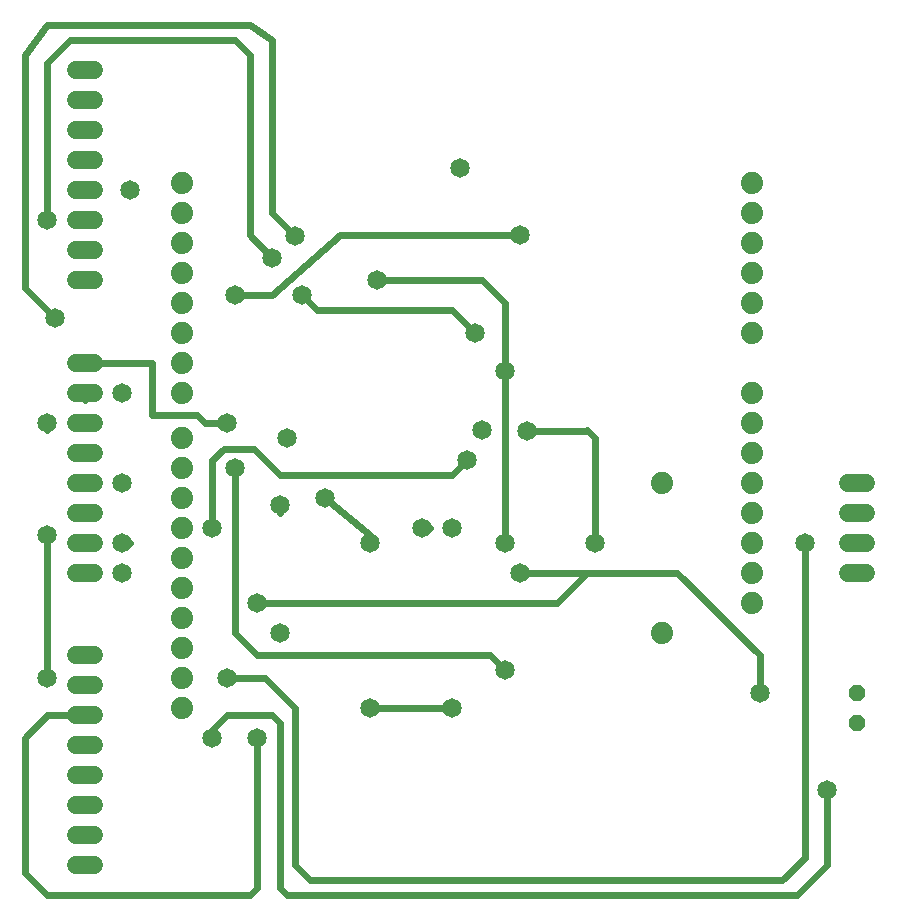
<source format=gbr>
G04 EAGLE Gerber X2 export*
%TF.Part,Single*%
%TF.FileFunction,Copper,L2,Bot,Mixed*%
%TF.FilePolarity,Positive*%
%TF.GenerationSoftware,Autodesk,EAGLE,9.0.0*%
%TF.CreationDate,2018-10-21T06:38:58Z*%
G75*
%MOMM*%
%FSLAX34Y34*%
%LPD*%
%AMOC8*
5,1,8,0,0,1.08239X$1,22.5*%
G01*
%ADD10C,1.879600*%
%ADD11C,1.524000*%
%ADD12P,1.429621X8X112.500000*%
%ADD13C,1.651000*%
%ADD14C,0.609600*%


D10*
X889000Y419100D03*
X889000Y444500D03*
X889000Y469900D03*
X889000Y495300D03*
X889000Y520700D03*
X889000Y546100D03*
X889000Y596900D03*
X889000Y622300D03*
X889000Y647700D03*
X889000Y673100D03*
X889000Y698500D03*
X889000Y723900D03*
X406400Y723900D03*
X406400Y698500D03*
X406400Y673100D03*
X406400Y647700D03*
X406400Y622300D03*
X406400Y596900D03*
X406400Y571500D03*
X406400Y546100D03*
X406400Y508000D03*
X406400Y482600D03*
X406400Y457200D03*
X406400Y431800D03*
X406400Y406400D03*
X406400Y381000D03*
X406400Y355600D03*
X406400Y330200D03*
X406400Y304800D03*
X406400Y279400D03*
X889000Y393700D03*
X889000Y368300D03*
D11*
X331470Y819150D02*
X316230Y819150D01*
X316230Y793750D02*
X331470Y793750D01*
X331470Y768350D02*
X316230Y768350D01*
X316230Y742950D02*
X331470Y742950D01*
X331470Y717550D02*
X316230Y717550D01*
X316230Y692150D02*
X331470Y692150D01*
X331470Y666750D02*
X316230Y666750D01*
X316230Y641350D02*
X331470Y641350D01*
X970280Y469900D02*
X985520Y469900D01*
X985520Y444500D02*
X970280Y444500D01*
X970280Y419100D02*
X985520Y419100D01*
X985520Y393700D02*
X970280Y393700D01*
X331470Y146050D02*
X316230Y146050D01*
X316230Y171450D02*
X331470Y171450D01*
X331470Y196850D02*
X316230Y196850D01*
X316230Y222250D02*
X331470Y222250D01*
X331470Y247650D02*
X316230Y247650D01*
X316230Y273050D02*
X331470Y273050D01*
X331470Y298450D02*
X316230Y298450D01*
X316230Y323850D02*
X331470Y323850D01*
X331470Y393700D02*
X316230Y393700D01*
X316230Y419100D02*
X331470Y419100D01*
X331470Y444500D02*
X316230Y444500D01*
X316230Y469900D02*
X331470Y469900D01*
X331470Y495300D02*
X316230Y495300D01*
X316230Y520700D02*
X331470Y520700D01*
X331470Y546100D02*
X316230Y546100D01*
X316230Y571500D02*
X331470Y571500D01*
D12*
X977900Y266700D03*
X977900Y292100D03*
D10*
X812800Y342900D03*
X812800Y469900D03*
D13*
X679450Y565023D03*
D14*
X679450Y622300D01*
X660400Y641350D01*
X571500Y641350D01*
D13*
X571500Y641350D03*
X679450Y419100D03*
D14*
X679450Y565023D01*
D13*
X895350Y292100D03*
D14*
X895350Y323850D01*
X825500Y393700D01*
X749300Y393700D01*
D13*
X692150Y393700D03*
D14*
X749300Y393700D01*
D13*
X508000Y628650D03*
D14*
X520700Y615950D01*
X634873Y615950D02*
X653923Y596900D01*
D13*
X653923Y596900D03*
D14*
X634873Y615950D02*
X520700Y615950D01*
D13*
X469900Y368300D03*
D14*
X723900Y368300D01*
X749300Y393700D01*
D13*
X565150Y419100D03*
D14*
X565150Y425450D01*
X527050Y457200D01*
D13*
X527050Y457200D03*
X641350Y736600D03*
X450850Y628650D03*
D14*
X482600Y628650D01*
X539750Y679450D01*
X692150Y679450D01*
X692150Y679577D01*
D13*
X692150Y679577D03*
X501650Y679323D03*
D14*
X482600Y698373D01*
X482600Y844550D01*
X463550Y857250D01*
X292100Y857250D01*
X273050Y831850D01*
X273050Y635000D02*
X298450Y609600D01*
D13*
X298450Y609600D03*
D14*
X273050Y635000D02*
X273050Y831850D01*
D13*
X482600Y660400D03*
D14*
X463550Y679450D01*
X463550Y825500D01*
X463550Y831850D01*
X450850Y844550D01*
X311150Y844550D01*
X292100Y825500D01*
X292100Y692150D01*
D13*
X292100Y692150D03*
X488950Y342900D03*
X361950Y717550D03*
X469900Y254000D03*
D14*
X469900Y127000D01*
X463550Y120650D01*
X292100Y120650D01*
X292100Y273050D02*
X323850Y273050D01*
X273050Y139700D02*
X292100Y120650D01*
X273050Y139700D02*
X273050Y254000D01*
X292100Y273050D01*
D13*
X565023Y279400D03*
X635000Y279400D03*
D14*
X565023Y279400D01*
D13*
X679450Y311150D03*
D14*
X666750Y323850D01*
X469900Y323850D01*
X450850Y342900D01*
X450850Y482600D01*
D13*
X450850Y482600D03*
X444500Y520700D03*
D14*
X425450Y520700D01*
X419100Y527050D01*
X381000Y527050D01*
X381000Y571500D01*
X323850Y571500D01*
D13*
X355600Y546100D03*
X495300Y508000D03*
D14*
X323850Y539750D02*
X323850Y546100D01*
D13*
X488950Y450850D03*
D14*
X488950Y444500D01*
D13*
X292100Y520700D03*
D14*
X292100Y514350D01*
D13*
X609600Y431800D03*
D14*
X615950Y431800D01*
D13*
X355600Y469900D03*
X698500Y514223D03*
D14*
X749173Y514223D01*
X749300Y514350D01*
X755650Y508000D01*
X755650Y419100D01*
D13*
X755650Y419100D03*
X292100Y304800D03*
D14*
X292100Y425450D01*
D13*
X292100Y425450D03*
X635000Y431800D03*
X355600Y419100D03*
D14*
X361950Y419100D01*
D13*
X660400Y514350D03*
X355600Y393700D03*
X431800Y431800D03*
D14*
X431800Y488950D02*
X441325Y498475D01*
X431800Y488950D02*
X431800Y431800D01*
D13*
X647700Y488950D03*
D14*
X466725Y498475D02*
X441325Y498475D01*
X635000Y476250D02*
X647700Y488950D01*
X532490Y476250D02*
X532363Y476377D01*
X521737Y476377D01*
X521610Y476250D01*
X488950Y476250D01*
X532490Y476250D02*
X635000Y476250D01*
X488950Y476250D02*
X466725Y498475D01*
D13*
X444500Y304800D03*
D14*
X476250Y304800D01*
X501650Y279400D01*
X501650Y146050D01*
X514350Y133350D01*
X914400Y133350D02*
X933450Y152400D01*
X914400Y133350D02*
X514350Y133350D01*
X933450Y152400D02*
X933450Y419100D01*
D13*
X933450Y419100D03*
X952500Y209550D03*
X431800Y254000D03*
D14*
X431800Y260350D01*
X444500Y273050D01*
X482600Y273050D02*
X488950Y266700D01*
X488950Y127000D01*
X495300Y120650D01*
X927100Y120650D01*
X952500Y146050D01*
X952500Y209550D01*
X482600Y273050D02*
X444500Y273050D01*
M02*

</source>
